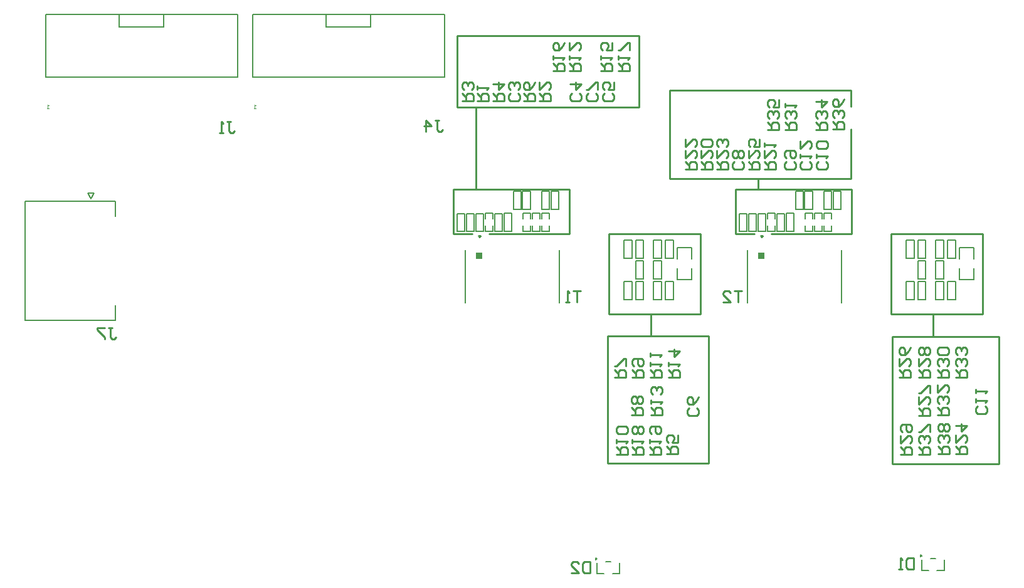
<source format=gbo>
G04*
G04 #@! TF.GenerationSoftware,Altium Limited,Altium Designer,24.5.2 (23)*
G04*
G04 Layer_Color=32896*
%FSLAX44Y44*%
%MOMM*%
G71*
G04*
G04 #@! TF.SameCoordinates,31888D97-798D-4CBF-A4AE-393945775F34*
G04*
G04*
G04 #@! TF.FilePolarity,Positive*
G04*
G01*
G75*
%ADD10C,0.1270*%
%ADD11C,0.2540*%
%ADD56R,0.8128X0.8128*%
G36*
X35088Y872783D02*
X35189Y872755D01*
X35263Y872718D01*
X35337Y872690D01*
X35384Y872663D01*
X35420Y872635D01*
X35448Y872616D01*
X35457Y872607D01*
X35467Y872598D01*
X35513Y872515D01*
X35541Y872422D01*
Y872385D01*
X35550Y872348D01*
Y872330D01*
Y872320D01*
X35541Y872246D01*
X35531Y872191D01*
X35485Y872089D01*
X35467Y872052D01*
X35448Y872025D01*
X35439Y872006D01*
X35430Y871997D01*
X35384Y871951D01*
X35337Y871923D01*
X35245Y871886D01*
X35199Y871877D01*
X35171Y871867D01*
X35143D01*
X35051Y871877D01*
X34958Y871895D01*
X34921D01*
X34884Y871904D01*
X34866Y871914D01*
X34857D01*
X34061Y872117D01*
Y868437D01*
X34949D01*
X35060Y868428D01*
X35162Y868419D01*
X35245Y868400D01*
X35310Y868373D01*
X35356Y868345D01*
X35393Y868326D01*
X35411Y868317D01*
X35420Y868308D01*
X35467Y868262D01*
X35494Y868206D01*
X35531Y868104D01*
X35541Y868058D01*
X35550Y868030D01*
Y868003D01*
Y867993D01*
X35541Y867929D01*
X35531Y867864D01*
X35485Y867762D01*
X35457Y867725D01*
X35439Y867698D01*
X35430Y867688D01*
X35420Y867679D01*
X35356Y867642D01*
X35291Y867614D01*
X35134Y867578D01*
X35060Y867568D01*
X35004Y867559D01*
X32295D01*
X32185Y867568D01*
X32083Y867578D01*
X32009Y867596D01*
X31944Y867624D01*
X31898Y867642D01*
X31861Y867661D01*
X31843Y867670D01*
X31833Y867679D01*
X31787Y867725D01*
X31750Y867781D01*
X31732Y867836D01*
X31713Y867883D01*
X31704Y867929D01*
X31695Y867966D01*
Y867984D01*
Y867993D01*
X31704Y868067D01*
X31713Y868123D01*
X31759Y868225D01*
X31787Y868262D01*
X31815Y868289D01*
X31824Y868299D01*
X31833Y868308D01*
X31889Y868354D01*
X31963Y868382D01*
X32120Y868419D01*
X32185Y868428D01*
X32240Y868437D01*
X33183D01*
Y873273D01*
X35088Y872783D01*
D02*
G37*
G36*
X314488D02*
X314589Y872755D01*
X314663Y872718D01*
X314737Y872690D01*
X314783Y872663D01*
X314820Y872635D01*
X314848Y872616D01*
X314858Y872607D01*
X314867Y872598D01*
X314913Y872515D01*
X314941Y872422D01*
Y872385D01*
X314950Y872348D01*
Y872330D01*
Y872320D01*
X314941Y872246D01*
X314932Y872191D01*
X314885Y872089D01*
X314867Y872052D01*
X314848Y872025D01*
X314839Y872006D01*
X314830Y871997D01*
X314783Y871951D01*
X314737Y871923D01*
X314645Y871886D01*
X314599Y871877D01*
X314571Y871867D01*
X314543D01*
X314451Y871877D01*
X314358Y871895D01*
X314321D01*
X314284Y871904D01*
X314266Y871914D01*
X314256D01*
X313461Y872117D01*
Y868437D01*
X314349D01*
X314460Y868428D01*
X314562Y868419D01*
X314645Y868400D01*
X314710Y868373D01*
X314756Y868345D01*
X314793Y868326D01*
X314811Y868317D01*
X314820Y868308D01*
X314867Y868262D01*
X314895Y868206D01*
X314932Y868104D01*
X314941Y868058D01*
X314950Y868030D01*
Y868003D01*
Y867993D01*
X314941Y867929D01*
X314932Y867864D01*
X314885Y867762D01*
X314858Y867725D01*
X314839Y867698D01*
X314830Y867688D01*
X314820Y867679D01*
X314756Y867642D01*
X314691Y867614D01*
X314534Y867578D01*
X314460Y867568D01*
X314405Y867559D01*
X311695D01*
X311584Y867568D01*
X311483Y867578D01*
X311409Y867596D01*
X311344Y867624D01*
X311298Y867642D01*
X311261Y867661D01*
X311243Y867670D01*
X311233Y867679D01*
X311187Y867725D01*
X311150Y867781D01*
X311131Y867836D01*
X311113Y867883D01*
X311104Y867929D01*
X311094Y867966D01*
Y867984D01*
Y867993D01*
X311104Y868067D01*
X311113Y868123D01*
X311159Y868225D01*
X311187Y868262D01*
X311215Y868289D01*
X311224Y868299D01*
X311233Y868308D01*
X311289Y868354D01*
X311363Y868382D01*
X311520Y868419D01*
X311584Y868428D01*
X311640Y868437D01*
X312583D01*
Y873273D01*
X314488Y872783D01*
D02*
G37*
D10*
X697764Y719300D02*
Y727174D01*
X687096Y719300D02*
Y727174D01*
X697764D01*
Y702282D02*
Y710156D01*
X687096Y702282D02*
Y710156D01*
Y702282D02*
X697764D01*
X699796D02*
X710464D01*
X699796D02*
Y710156D01*
X710464Y702282D02*
Y710156D01*
X699796Y727174D02*
X710464D01*
X699796Y719300D02*
Y727174D01*
X710464Y719300D02*
Y727174D01*
X674396Y702282D02*
X685064D01*
X674396D02*
Y710156D01*
X685064Y702282D02*
Y710156D01*
X674396Y727174D02*
X685064D01*
X674396Y719300D02*
Y727174D01*
X685064Y719300D02*
Y727174D01*
X596164Y702282D02*
Y726666D01*
X585496D02*
X596164D01*
X585496Y702282D02*
X596164D01*
X585496D02*
Y726666D01*
X608864Y702282D02*
Y726666D01*
X598196D02*
X608864D01*
X598196Y702282D02*
X608864D01*
X598196D02*
Y726666D01*
X621564Y702282D02*
Y726666D01*
X610896D02*
X621564D01*
X610896Y702282D02*
X621564D01*
X610896D02*
Y726666D01*
X623596Y702282D02*
X634264D01*
X623596D02*
Y710156D01*
X634264Y702282D02*
Y710156D01*
X623596Y727174D02*
X634264D01*
X623596Y719300D02*
Y727174D01*
X634264Y719300D02*
Y727174D01*
X646964Y702282D02*
Y726666D01*
X636296D02*
X646964D01*
X636296Y702282D02*
X646964D01*
X636296D02*
Y726666D01*
X659664Y702536D02*
Y726920D01*
X648996D02*
X659664D01*
X648996Y702536D02*
X659664D01*
X648996D02*
Y726920D01*
X672364Y732143D02*
Y756527D01*
X661696D02*
X672364D01*
X661696Y732143D02*
X672364D01*
X661696D02*
Y756527D01*
X674358Y732143D02*
Y756527D01*
Y732143D02*
X685026D01*
X674358Y756527D02*
X685026D01*
Y732143D02*
Y756527D01*
X699796Y732143D02*
Y756527D01*
Y732143D02*
X710464D01*
X699796Y756527D02*
X710464D01*
Y732143D02*
Y756527D01*
X723164Y732143D02*
Y756527D01*
X712496D02*
X723164D01*
X712496Y732143D02*
X723164D01*
X712496D02*
Y756527D01*
X1017296Y702282D02*
Y726666D01*
Y702282D02*
X1027964D01*
X1017296Y726666D02*
X1027964D01*
Y702282D02*
Y726666D01*
X1015264Y719300D02*
Y727174D01*
X1004596Y719300D02*
Y727174D01*
X1015264D01*
Y702282D02*
Y710156D01*
X1004596Y702282D02*
Y710156D01*
Y702282D02*
X1015264D01*
X991896D02*
Y726666D01*
Y702282D02*
X1002564D01*
X991896Y726666D02*
X1002564D01*
Y702282D02*
Y726666D01*
X979196Y702282D02*
Y726666D01*
Y702282D02*
X989864D01*
X979196Y726666D02*
X989864D01*
Y702282D02*
Y726666D01*
X966496Y702282D02*
Y726666D01*
Y702282D02*
X977164D01*
X966496Y726666D02*
X977164D01*
Y702282D02*
Y726666D01*
X1029996Y702536D02*
Y726920D01*
Y702536D02*
X1040664D01*
X1029996Y726920D02*
X1040664D01*
Y702536D02*
Y726920D01*
X1066064Y719300D02*
Y727174D01*
X1055396Y719300D02*
Y727174D01*
X1066064D01*
Y702282D02*
Y710156D01*
X1055396Y702282D02*
Y710156D01*
Y702282D02*
X1066064D01*
X1091464Y719300D02*
Y727174D01*
X1080796Y719300D02*
Y727174D01*
X1091464D01*
Y702282D02*
Y710156D01*
X1080796Y702282D02*
Y710156D01*
Y702282D02*
X1091464D01*
X1078764Y719300D02*
Y727174D01*
X1068096Y719300D02*
Y727174D01*
X1078764D01*
Y702282D02*
Y710156D01*
X1068096Y702282D02*
Y710156D01*
Y702282D02*
X1078764D01*
X1053364Y732143D02*
Y756527D01*
X1042696D02*
X1053364D01*
X1042696Y732143D02*
X1053364D01*
X1042696D02*
Y756527D01*
X1055358Y732143D02*
Y756527D01*
Y732143D02*
X1066026D01*
X1055358Y756527D02*
X1066026D01*
Y732143D02*
Y756527D01*
X1080796Y732143D02*
Y756527D01*
Y732143D02*
X1091464D01*
X1080796Y756527D02*
X1091464D01*
Y732143D02*
Y756527D01*
X1104164Y732143D02*
Y756527D01*
X1093496D02*
X1104164D01*
X1093496Y732143D02*
X1104164D01*
X1093496D02*
Y756527D01*
X850954Y666496D02*
Y690880D01*
Y666496D02*
X861622D01*
X850954Y690880D02*
X861622D01*
Y666496D02*
Y690880D01*
X827078Y666496D02*
Y690880D01*
Y666496D02*
X837746D01*
X827078Y690880D02*
X837746D01*
Y666496D02*
Y690880D01*
Y638302D02*
Y662686D01*
X827078D02*
X837746D01*
X827078Y638302D02*
X837746D01*
X827078D02*
Y662686D01*
X1192116Y666496D02*
Y690880D01*
Y666496D02*
X1202784D01*
X1192116Y690880D02*
X1202784D01*
Y666496D02*
Y690880D01*
X1208078Y666496D02*
Y690880D01*
Y666496D02*
X1218746D01*
X1208078Y690880D02*
X1218746D01*
Y666496D02*
Y690880D01*
X1231954Y666496D02*
Y690880D01*
Y666496D02*
X1242622D01*
X1231954Y690880D02*
X1242622D01*
Y666496D02*
Y690880D01*
X1247916Y666496D02*
Y690880D01*
Y666496D02*
X1258584D01*
X1247916Y690880D02*
X1258584D01*
Y666496D02*
Y690880D01*
X1263824Y665226D02*
Y680466D01*
X1283636Y665226D02*
Y680466D01*
X1263824D02*
X1283636D01*
X1263824Y637794D02*
Y653034D01*
X1283636Y637794D02*
Y653034D01*
X1263824Y637794D02*
X1283636D01*
X1208078Y638302D02*
Y662686D01*
Y638302D02*
X1218746D01*
X1208078Y662686D02*
X1218746D01*
Y638302D02*
Y662686D01*
X1231954Y638302D02*
Y662686D01*
Y638302D02*
X1242622D01*
X1231954Y662686D02*
X1242622D01*
Y638302D02*
Y662686D01*
X1208078Y610362D02*
Y634746D01*
Y610362D02*
X1218746D01*
X1208078Y634746D02*
X1218746D01*
Y610362D02*
Y634746D01*
X1192116Y610362D02*
Y634746D01*
Y610362D02*
X1202784D01*
X1192116Y634746D02*
X1202784D01*
Y610362D02*
Y634746D01*
X1242622Y610362D02*
Y634746D01*
X1231954D02*
X1242622D01*
X1231954Y610362D02*
X1242622D01*
X1231954D02*
Y634746D01*
X1247916Y610362D02*
Y634746D01*
Y610362D02*
X1258584D01*
X1247916Y634746D02*
X1258584D01*
Y610362D02*
Y634746D01*
X805434Y240422D02*
X805434Y254392D01*
X795528Y240422D02*
X805434D01*
X773176Y261504D02*
X774446Y260234D01*
X773176Y258964D02*
X774446Y260234D01*
X773176Y258964D02*
Y261504D01*
X786638Y256424D02*
X793242D01*
X774446Y254392D02*
X774446Y240422D01*
X784352D01*
X1243864Y244602D02*
Y258572D01*
X1233958Y244602D02*
X1243864Y244602D01*
X1211606Y265684D02*
X1212876Y264414D01*
X1211606Y263144D02*
X1212876Y264414D01*
X1211606Y263144D02*
Y265684D01*
X1225068Y260604D02*
X1231672D01*
X1212876Y244602D02*
Y258572D01*
Y244602D02*
X1222782Y244602D01*
X850954Y638302D02*
Y662686D01*
Y638302D02*
X861622D01*
X850954Y662686D02*
X861622D01*
Y638302D02*
Y662686D01*
X811116Y666496D02*
Y690880D01*
Y666496D02*
X821784D01*
X811116Y690880D02*
X821784D01*
Y666496D02*
Y690880D01*
X866916Y666496D02*
Y690880D01*
Y666496D02*
X877584D01*
X866916Y690880D02*
X877584D01*
Y666496D02*
Y690880D01*
X882824Y665226D02*
Y680466D01*
X902636Y665226D02*
Y680466D01*
X882824D02*
X902636D01*
X882824Y637794D02*
Y653034D01*
X902636Y637794D02*
Y653034D01*
X882824Y637794D02*
X902636D01*
X877584Y610362D02*
Y634746D01*
X866916D02*
X877584D01*
X866916Y610362D02*
X877584D01*
X866916D02*
Y634746D01*
X861622Y610362D02*
Y634746D01*
X850954D02*
X861622D01*
X850954Y610362D02*
X861622D01*
X850954D02*
Y634746D01*
X827078Y610362D02*
Y634746D01*
Y610362D02*
X837746D01*
X827078Y634746D02*
X837746D01*
Y610362D02*
Y634746D01*
X811116Y610362D02*
Y634746D01*
Y610362D02*
X821784D01*
X811116Y634746D02*
X821784D01*
Y610362D02*
Y634746D01*
X597180Y606258D02*
Y677358D01*
X724180Y606258D02*
Y677358D01*
X978180Y606258D02*
Y677358D01*
X1105180Y606258D02*
Y677358D01*
X87536Y753952D02*
X91536Y746952D01*
X95536Y753952D01*
X87536D02*
X95536D01*
X124636Y722752D02*
Y743502D01*
X2236D02*
X124636D01*
X2236Y582002D02*
Y743502D01*
Y582002D02*
X124636D01*
Y602752D01*
X30206Y910485D02*
X289306D01*
X30206Y995585D02*
X289306D01*
X30206Y910485D02*
Y995585D01*
X289306Y910485D02*
Y995585D01*
X159756Y995575D02*
X189633D01*
Y978811D02*
Y995575D01*
X129879D02*
X159756D01*
X129879Y978811D02*
Y995575D01*
Y978811D02*
X189633Y978811D01*
X409278Y978811D02*
X469033Y978811D01*
X409278Y978811D02*
Y995575D01*
X439156D01*
X469033Y978811D02*
Y995575D01*
X439156D02*
X469033D01*
X568706Y910485D02*
Y995585D01*
X309606Y910485D02*
Y995585D01*
X568706D01*
X309606Y910485D02*
X568706D01*
D11*
X1171702Y590804D02*
X1295400D01*
X1171702Y699262D02*
X1295400D01*
Y590804D02*
Y699262D01*
X1171702Y590804D02*
Y699262D01*
X1173226Y388620D02*
X1317498D01*
X1173226Y560324D02*
X1317498D01*
Y388620D02*
Y560324D01*
X1173226Y388620D02*
Y560324D01*
X789244Y389115D02*
X925134D01*
X789244Y560819D02*
X925134D01*
Y389115D02*
Y560819D01*
X789244Y389115D02*
Y560819D01*
X790702Y590804D02*
X914400D01*
X790702Y699262D02*
X914400D01*
Y590804D02*
Y699262D01*
X790702Y590804D02*
Y699262D01*
X586167Y966724D02*
X831620D01*
X586167Y870338D02*
Y966724D01*
X831620Y870338D02*
Y966724D01*
X586167Y870338D02*
X831620D01*
X737108Y699262D02*
Y759460D01*
X581152D02*
X737108D01*
X581152Y699262D02*
Y759460D01*
Y699262D02*
X606433D01*
X628930D02*
X737108D01*
X610896Y759460D02*
Y870338D01*
X991896Y759460D02*
Y773430D01*
X1009930Y699262D02*
X1118108D01*
X962152D02*
X987433D01*
X962152D02*
Y759460D01*
X1118108D01*
Y699262D02*
Y759460D01*
X872490Y773430D02*
X1117943D01*
Y840239D01*
X872490Y773430D02*
Y893064D01*
X1117346D01*
Y871220D02*
Y893064D01*
X1228598Y561086D02*
Y590473D01*
X847598Y561086D02*
Y590473D01*
X614706Y696650D02*
X617246D01*
X614706D02*
X615976Y695380D01*
X617246Y696650D01*
X995706D02*
X998246D01*
X995706D02*
X996976Y695380D01*
X998246Y696650D01*
X970276Y622298D02*
X960119D01*
X965198D01*
Y607062D01*
X944884D02*
X955041D01*
X944884Y617219D01*
Y619758D01*
X947423Y622298D01*
X952502D01*
X955041Y619758D01*
X752853Y621790D02*
X742696D01*
X747774D01*
Y606554D01*
X737618D02*
X732539D01*
X735078D01*
Y621790D01*
X737618Y619250D01*
X1234907Y401789D02*
X1250142D01*
Y409406D01*
X1247603Y411945D01*
X1242525D01*
X1239986Y409406D01*
Y401789D01*
Y406867D02*
X1234907Y411945D01*
X1247603Y417024D02*
X1250142Y419563D01*
Y424641D01*
X1247603Y427180D01*
X1245064D01*
X1242525Y424641D01*
Y422102D01*
Y424641D01*
X1239986Y427180D01*
X1237446D01*
X1234907Y424641D01*
Y419563D01*
X1237446Y417024D01*
X1247603Y432259D02*
X1250142Y434798D01*
Y439876D01*
X1247603Y442415D01*
X1245064D01*
X1242525Y439876D01*
X1239986Y442415D01*
X1237446D01*
X1234907Y439876D01*
Y434798D01*
X1237446Y432259D01*
X1239986D01*
X1242525Y434798D01*
X1245064Y432259D01*
X1247603D01*
X1242525Y434798D02*
Y439876D01*
X1209189Y401281D02*
X1224424D01*
Y408898D01*
X1221885Y411437D01*
X1216807D01*
X1214268Y408898D01*
Y401281D01*
Y406359D02*
X1209189Y411437D01*
X1221885Y416516D02*
X1224424Y419055D01*
Y424133D01*
X1221885Y426672D01*
X1219346D01*
X1216807Y424133D01*
Y421594D01*
Y424133D01*
X1214268Y426672D01*
X1211728D01*
X1209189Y424133D01*
Y419055D01*
X1211728Y416516D01*
X1224424Y431751D02*
Y441907D01*
X1221885D01*
X1211728Y431751D01*
X1209189D01*
X1092964Y840239D02*
X1108199D01*
Y847856D01*
X1105660Y850395D01*
X1100582D01*
X1098043Y847856D01*
Y840239D01*
Y845317D02*
X1092964Y850395D01*
X1105660Y855474D02*
X1108199Y858013D01*
Y863091D01*
X1105660Y865630D01*
X1103121D01*
X1100582Y863091D01*
Y860552D01*
Y863091D01*
X1098043Y865630D01*
X1095504D01*
X1092964Y863091D01*
Y858013D01*
X1095504Y855474D01*
X1108199Y880865D02*
X1105660Y875787D01*
X1100582Y870709D01*
X1095504D01*
X1092964Y873248D01*
Y878326D01*
X1095504Y880865D01*
X1098043D01*
X1100582Y878326D01*
Y870709D01*
X1005080Y839477D02*
X1020316D01*
Y847094D01*
X1017776Y849633D01*
X1012698D01*
X1010159Y847094D01*
Y839477D01*
Y844555D02*
X1005080Y849633D01*
X1017776Y854712D02*
X1020316Y857251D01*
Y862329D01*
X1017776Y864868D01*
X1015237D01*
X1012698Y862329D01*
Y859790D01*
Y862329D01*
X1010159Y864868D01*
X1007620D01*
X1005080Y862329D01*
Y857251D01*
X1007620Y854712D01*
X1020316Y880103D02*
Y869947D01*
X1012698D01*
X1015237Y875025D01*
Y877564D01*
X1012698Y880103D01*
X1007620D01*
X1005080Y877564D01*
Y872486D01*
X1007620Y869947D01*
X1070105Y839731D02*
X1085340D01*
Y847348D01*
X1082800Y849887D01*
X1077722D01*
X1075183Y847348D01*
Y839731D01*
Y844809D02*
X1070105Y849887D01*
X1082800Y854966D02*
X1085340Y857505D01*
Y862583D01*
X1082800Y865122D01*
X1080261D01*
X1077722Y862583D01*
Y860044D01*
Y862583D01*
X1075183Y865122D01*
X1072644D01*
X1070105Y862583D01*
Y857505D01*
X1072644Y854966D01*
X1070105Y877818D02*
X1085340D01*
X1077722Y870201D01*
Y880357D01*
X1258893Y505493D02*
X1274128D01*
Y513111D01*
X1271589Y515650D01*
X1266510D01*
X1263971Y513111D01*
Y505493D01*
Y510572D02*
X1258893Y515650D01*
X1271589Y520728D02*
X1274128Y523267D01*
Y528346D01*
X1271589Y530885D01*
X1269050D01*
X1266510Y528346D01*
Y525807D01*
Y528346D01*
X1263971Y530885D01*
X1261432D01*
X1258893Y528346D01*
Y523267D01*
X1261432Y520728D01*
X1271589Y535963D02*
X1274128Y538503D01*
Y543581D01*
X1271589Y546120D01*
X1269050D01*
X1266510Y543581D01*
Y541042D01*
Y543581D01*
X1263971Y546120D01*
X1261432D01*
X1258893Y543581D01*
Y538503D01*
X1261432Y535963D01*
X1234589Y454439D02*
X1249824D01*
Y462057D01*
X1247285Y464596D01*
X1242207D01*
X1239668Y462057D01*
Y454439D01*
Y459518D02*
X1234589Y464596D01*
X1247285Y469674D02*
X1249824Y472213D01*
Y477292D01*
X1247285Y479831D01*
X1244746D01*
X1242207Y477292D01*
Y474753D01*
Y477292D01*
X1239668Y479831D01*
X1237128D01*
X1234589Y477292D01*
Y472213D01*
X1237128Y469674D01*
X1234589Y495066D02*
Y484909D01*
X1244746Y495066D01*
X1247285D01*
X1249824Y492527D01*
Y487449D01*
X1247285Y484909D01*
X1028957Y839730D02*
X1044192D01*
Y847347D01*
X1041652Y849886D01*
X1036574D01*
X1034035Y847347D01*
Y839730D01*
Y844808D02*
X1028957Y849886D01*
X1041652Y854965D02*
X1044192Y857504D01*
Y862582D01*
X1041652Y865122D01*
X1039113D01*
X1036574Y862582D01*
Y860043D01*
Y862582D01*
X1034035Y865122D01*
X1031496D01*
X1028957Y862582D01*
Y857504D01*
X1031496Y854965D01*
X1028957Y870200D02*
Y875278D01*
Y872739D01*
X1044192D01*
X1041652Y870200D01*
X1234589Y505493D02*
X1249824D01*
Y513111D01*
X1247285Y515650D01*
X1242207D01*
X1239668Y513111D01*
Y505493D01*
Y510572D02*
X1234589Y515650D01*
X1247285Y520728D02*
X1249824Y523267D01*
Y528346D01*
X1247285Y530885D01*
X1244746D01*
X1242207Y528346D01*
Y525807D01*
Y528346D01*
X1239668Y530885D01*
X1237128D01*
X1234589Y528346D01*
Y523267D01*
X1237128Y520728D01*
X1247285Y535963D02*
X1249824Y538503D01*
Y543581D01*
X1247285Y546120D01*
X1237128D01*
X1234589Y543581D01*
Y538503D01*
X1237128Y535963D01*
X1247285D01*
X1184551Y401099D02*
X1199786D01*
Y408717D01*
X1197247Y411256D01*
X1192169D01*
X1189630Y408717D01*
Y401099D01*
Y406177D02*
X1184551Y411256D01*
Y426491D02*
Y416334D01*
X1194708Y426491D01*
X1197247D01*
X1199786Y423952D01*
Y418873D01*
X1197247Y416334D01*
X1187090Y431569D02*
X1184551Y434109D01*
Y439187D01*
X1187090Y441726D01*
X1197247D01*
X1199786Y439187D01*
Y434109D01*
X1197247Y431569D01*
X1194708D01*
X1192169Y434109D01*
Y441726D01*
X1209189Y505493D02*
X1224424D01*
Y513111D01*
X1221885Y515650D01*
X1216807D01*
X1214268Y513111D01*
Y505493D01*
Y510572D02*
X1209189Y515650D01*
Y530885D02*
Y520728D01*
X1219346Y530885D01*
X1221885D01*
X1224424Y528346D01*
Y523267D01*
X1221885Y520728D01*
Y535963D02*
X1224424Y538503D01*
Y543581D01*
X1221885Y546120D01*
X1219346D01*
X1216807Y543581D01*
X1214268Y546120D01*
X1211728D01*
X1209189Y543581D01*
Y538503D01*
X1211728Y535963D01*
X1214268D01*
X1216807Y538503D01*
X1219346Y535963D01*
X1221885D01*
X1216807Y538503D02*
Y543581D01*
X1209189Y453931D02*
X1224424D01*
Y461549D01*
X1221885Y464088D01*
X1216807D01*
X1214268Y461549D01*
Y453931D01*
Y459010D02*
X1209189Y464088D01*
Y479323D02*
Y469166D01*
X1219346Y479323D01*
X1221885D01*
X1224424Y476784D01*
Y471705D01*
X1221885Y469166D01*
X1224424Y484401D02*
Y494558D01*
X1221885D01*
X1211728Y484401D01*
X1209189D01*
X1182773Y505239D02*
X1198008D01*
Y512857D01*
X1195469Y515396D01*
X1190391D01*
X1187851Y512857D01*
Y505239D01*
Y510317D02*
X1182773Y515396D01*
Y530631D02*
Y520474D01*
X1192930Y530631D01*
X1195469D01*
X1198008Y528092D01*
Y523013D01*
X1195469Y520474D01*
X1198008Y545866D02*
X1195469Y540788D01*
X1190391Y535709D01*
X1185312D01*
X1182773Y538248D01*
Y543327D01*
X1185312Y545866D01*
X1187851D01*
X1190391Y543327D01*
Y535709D01*
X979163Y786480D02*
X994398D01*
Y794097D01*
X991859Y796637D01*
X986780D01*
X984241Y794097D01*
Y786480D01*
Y791558D02*
X979163Y796637D01*
Y811871D02*
Y801715D01*
X989319Y811871D01*
X991859D01*
X994398Y809332D01*
Y804254D01*
X991859Y801715D01*
X994398Y827107D02*
Y816950D01*
X986780D01*
X989319Y822028D01*
Y824567D01*
X986780Y827107D01*
X981702D01*
X979163Y824567D01*
Y819489D01*
X981702Y816950D01*
X1258783Y401789D02*
X1274018D01*
Y409406D01*
X1271479Y411945D01*
X1266401D01*
X1263861Y409406D01*
Y401789D01*
Y406867D02*
X1258783Y411945D01*
Y427180D02*
Y417024D01*
X1268940Y427180D01*
X1271479D01*
X1274018Y424641D01*
Y419563D01*
X1271479Y417024D01*
X1258783Y439876D02*
X1274018D01*
X1266401Y432259D01*
Y442415D01*
X936623Y786480D02*
X951858D01*
Y794097D01*
X949318Y796636D01*
X944240D01*
X941701Y794097D01*
Y786480D01*
Y791558D02*
X936623Y796636D01*
Y811871D02*
Y801715D01*
X946779Y811871D01*
X949318D01*
X951858Y809332D01*
Y804254D01*
X949318Y801715D01*
Y816950D02*
X951858Y819489D01*
Y824567D01*
X949318Y827107D01*
X946779D01*
X944240Y824567D01*
Y822028D01*
Y824567D01*
X941701Y827107D01*
X939162D01*
X936623Y824567D01*
Y819489D01*
X939162Y816950D01*
X894082Y786480D02*
X909318D01*
Y794097D01*
X906778Y796636D01*
X901700D01*
X899161Y794097D01*
Y786480D01*
Y791558D02*
X894082Y796636D01*
Y811871D02*
Y801715D01*
X904239Y811871D01*
X906778D01*
X909318Y809332D01*
Y804254D01*
X906778Y801715D01*
X894082Y827107D02*
Y816950D01*
X904239Y827107D01*
X906778D01*
X909318Y824567D01*
Y819489D01*
X906778Y816950D01*
X1000433Y786480D02*
X1015668D01*
Y794097D01*
X1013129Y796636D01*
X1008050D01*
X1005511Y794097D01*
Y786480D01*
Y791558D02*
X1000433Y796636D01*
Y811871D02*
Y801715D01*
X1010590Y811871D01*
X1013129D01*
X1015668Y809332D01*
Y804254D01*
X1013129Y801715D01*
X1000433Y816950D02*
Y822028D01*
Y819489D01*
X1015668D01*
X1013129Y816950D01*
X915353Y786480D02*
X930588D01*
Y794097D01*
X928048Y796636D01*
X922970D01*
X920431Y794097D01*
Y786480D01*
Y791558D02*
X915353Y796636D01*
Y811871D02*
Y801715D01*
X925509Y811871D01*
X928048D01*
X930588Y809332D01*
Y804254D01*
X928048Y801715D01*
Y816950D02*
X930588Y819489D01*
Y824567D01*
X928048Y827107D01*
X917892D01*
X915353Y824567D01*
Y819489D01*
X917892Y816950D01*
X928048D01*
X845942Y401594D02*
X861177D01*
Y409212D01*
X858638Y411751D01*
X853560D01*
X851021Y409212D01*
Y401594D01*
Y406673D02*
X845942Y411751D01*
Y416829D02*
Y421908D01*
Y419368D01*
X861177D01*
X858638Y416829D01*
X848482Y429525D02*
X845942Y432064D01*
Y437143D01*
X848482Y439682D01*
X858638D01*
X861177Y437143D01*
Y432064D01*
X858638Y429525D01*
X856099D01*
X853560Y432064D01*
Y439682D01*
X822066Y401594D02*
X837301D01*
Y409212D01*
X834762Y411751D01*
X829684D01*
X827145Y409212D01*
Y401594D01*
Y406673D02*
X822066Y411751D01*
Y416829D02*
Y421908D01*
Y419368D01*
X837301D01*
X834762Y416829D01*
Y429525D02*
X837301Y432064D01*
Y437143D01*
X834762Y439682D01*
X832223D01*
X829684Y437143D01*
X827145Y439682D01*
X824605D01*
X822066Y437143D01*
Y432064D01*
X824605Y429525D01*
X827145D01*
X829684Y432064D01*
X832223Y429525D01*
X834762D01*
X829684Y432064D02*
Y437143D01*
X803273Y919376D02*
X818508D01*
Y926993D01*
X815969Y929533D01*
X810891D01*
X808351Y926993D01*
Y919376D01*
Y924454D02*
X803273Y929533D01*
Y934611D02*
Y939689D01*
Y937150D01*
X818508D01*
X815969Y934611D01*
X818508Y947307D02*
Y957464D01*
X815969D01*
X805812Y947307D01*
X803273D01*
X715643Y919376D02*
X730878D01*
Y926993D01*
X728339Y929533D01*
X723261D01*
X720721Y926993D01*
Y919376D01*
Y924454D02*
X715643Y929533D01*
Y934611D02*
Y939689D01*
Y937150D01*
X730878D01*
X728339Y934611D01*
X730878Y957464D02*
X728339Y952385D01*
X723261Y947307D01*
X718182D01*
X715643Y949846D01*
Y954924D01*
X718182Y957464D01*
X720721D01*
X723261Y954924D01*
Y947307D01*
X780159Y919376D02*
X795394D01*
Y926993D01*
X792855Y929533D01*
X787777D01*
X785237Y926993D01*
Y919376D01*
Y924454D02*
X780159Y929533D01*
Y934611D02*
Y939689D01*
Y937150D01*
X795394D01*
X792855Y934611D01*
X795394Y957464D02*
Y947307D01*
X787777D01*
X790316Y952385D01*
Y954924D01*
X787777Y957464D01*
X782698D01*
X780159Y954924D01*
Y949846D01*
X782698Y947307D01*
X871288Y505734D02*
X886523D01*
Y513352D01*
X883984Y515891D01*
X878906D01*
X876367Y513352D01*
Y505734D01*
Y510812D02*
X871288Y515891D01*
Y520969D02*
Y526048D01*
Y523508D01*
X886523D01*
X883984Y520969D01*
X871288Y541283D02*
X886523D01*
X878906Y533665D01*
Y543822D01*
X847666Y454426D02*
X862901D01*
Y462044D01*
X860362Y464583D01*
X855284D01*
X852745Y462044D01*
Y454426D01*
Y459505D02*
X847666Y464583D01*
Y469661D02*
Y474739D01*
Y472200D01*
X862901D01*
X860362Y469661D01*
Y482357D02*
X862901Y484896D01*
Y489975D01*
X860362Y492514D01*
X857823D01*
X855284Y489975D01*
Y487435D01*
Y489975D01*
X852745Y492514D01*
X850206D01*
X847666Y489975D01*
Y484896D01*
X850206Y482357D01*
X737741Y919376D02*
X752976D01*
Y926993D01*
X750437Y929533D01*
X745359D01*
X742819Y926993D01*
Y919376D01*
Y924454D02*
X737741Y929533D01*
Y934611D02*
Y939689D01*
Y937150D01*
X752976D01*
X750437Y934611D01*
X737741Y957464D02*
Y947307D01*
X747898Y957464D01*
X750437D01*
X752976Y954924D01*
Y949846D01*
X750437Y947307D01*
X846904Y505734D02*
X862139D01*
Y513352D01*
X859600Y515891D01*
X854522D01*
X851983Y513352D01*
Y505734D01*
Y510812D02*
X846904Y515891D01*
Y520969D02*
Y526048D01*
Y523508D01*
X862139D01*
X859600Y520969D01*
X846904Y533665D02*
Y538743D01*
Y536204D01*
X862139D01*
X859600Y533665D01*
X1061718Y796636D02*
X1064258Y794097D01*
Y789019D01*
X1061718Y786480D01*
X1051562D01*
X1049023Y789019D01*
Y794097D01*
X1051562Y796636D01*
X1049023Y801715D02*
Y806793D01*
Y804254D01*
X1064258D01*
X1061718Y801715D01*
X1049023Y824567D02*
Y814411D01*
X1059179Y824567D01*
X1061718D01*
X1064258Y822028D01*
Y816950D01*
X1061718Y814411D01*
X1298446Y466600D02*
X1300986Y464061D01*
Y458983D01*
X1298446Y456443D01*
X1288290D01*
X1285750Y458983D01*
Y464061D01*
X1288290Y466600D01*
X1285750Y471678D02*
Y476757D01*
Y474218D01*
X1300986D01*
X1298446Y471678D01*
X1285750Y484374D02*
Y489453D01*
Y486913D01*
X1300986D01*
X1298446Y484374D01*
X1083308Y796637D02*
X1085847Y794097D01*
Y789019D01*
X1083308Y786480D01*
X1073152D01*
X1070612Y789019D01*
Y794097D01*
X1073152Y796637D01*
X1070612Y801715D02*
Y806793D01*
Y804254D01*
X1085847D01*
X1083308Y801715D01*
Y814411D02*
X1085847Y816950D01*
Y822028D01*
X1083308Y824567D01*
X1073152D01*
X1070612Y822028D01*
Y816950D01*
X1073152Y814411D01*
X1083308D01*
X1040128Y796637D02*
X1042667Y794097D01*
Y789019D01*
X1040128Y786480D01*
X1029972D01*
X1027432Y789019D01*
Y794097D01*
X1029972Y796637D01*
Y801715D02*
X1027432Y804254D01*
Y809332D01*
X1029972Y811871D01*
X1040128D01*
X1042667Y809332D01*
Y804254D01*
X1040128Y801715D01*
X1037589D01*
X1035050Y804254D01*
Y811871D01*
X970589Y796637D02*
X973128Y794097D01*
Y789019D01*
X970589Y786480D01*
X960432D01*
X957893Y789019D01*
Y794097D01*
X960432Y796637D01*
X970589Y801715D02*
X973128Y804254D01*
Y809332D01*
X970589Y811871D01*
X968049D01*
X965510Y809332D01*
X962971Y811871D01*
X960432D01*
X957893Y809332D01*
Y804254D01*
X960432Y801715D01*
X962971D01*
X965510Y804254D01*
X968049Y801715D01*
X970589D01*
X965510Y804254D02*
Y809332D01*
X772942Y888729D02*
X775481Y886190D01*
Y881112D01*
X772942Y878573D01*
X762785D01*
X760246Y881112D01*
Y886190D01*
X762785Y888729D01*
X775481Y893808D02*
Y903964D01*
X772942D01*
X762785Y893808D01*
X760246D01*
X275336Y851152D02*
X280414D01*
X277875D01*
Y838456D01*
X280414Y835917D01*
X282953D01*
X285493Y838456D01*
X270258Y835917D02*
X265179D01*
X267718D01*
Y851152D01*
X270258Y848612D01*
X800770Y401594D02*
X816005D01*
Y409212D01*
X813466Y411751D01*
X808388D01*
X805849Y409212D01*
Y401594D01*
Y406673D02*
X800770Y411751D01*
Y416829D02*
Y421908D01*
Y419368D01*
X816005D01*
X813466Y416829D01*
Y429525D02*
X816005Y432064D01*
Y437143D01*
X813466Y439682D01*
X803309D01*
X800770Y437143D01*
Y432064D01*
X803309Y429525D01*
X813466D01*
X822012Y505734D02*
X837247D01*
Y513352D01*
X834708Y515891D01*
X829630D01*
X827091Y513352D01*
Y505734D01*
Y510812D02*
X822012Y515891D01*
X824551Y520969D02*
X822012Y523508D01*
Y528587D01*
X824551Y531126D01*
X834708D01*
X837247Y528587D01*
Y523508D01*
X834708Y520969D01*
X832169D01*
X829630Y523508D01*
Y531126D01*
X821504Y454651D02*
X836739D01*
Y462269D01*
X834200Y464808D01*
X829122D01*
X826583Y462269D01*
Y454651D01*
Y459729D02*
X821504Y464808D01*
X834200Y469886D02*
X836739Y472425D01*
Y477504D01*
X834200Y480043D01*
X831661D01*
X829122Y477504D01*
X826583Y480043D01*
X824044D01*
X821504Y477504D01*
Y472425D01*
X824044Y469886D01*
X826583D01*
X829122Y472425D01*
X831661Y469886D01*
X834200D01*
X829122Y472425D02*
Y477504D01*
X798644Y505734D02*
X813879D01*
Y513352D01*
X811340Y515891D01*
X806262D01*
X803723Y513352D01*
Y505734D01*
Y510812D02*
X798644Y515891D01*
X813879Y520969D02*
Y531126D01*
X811340D01*
X801183Y520969D01*
X798644D01*
X675829Y878573D02*
X691064D01*
Y886190D01*
X688524Y888729D01*
X683446D01*
X680907Y886190D01*
Y878573D01*
Y883651D02*
X675829Y888729D01*
X691064Y903964D02*
X688524Y898886D01*
X683446Y893808D01*
X678368D01*
X675829Y896347D01*
Y901425D01*
X678368Y903964D01*
X680907D01*
X683446Y901425D01*
Y893808D01*
X869002Y401819D02*
X884237D01*
Y409437D01*
X881698Y411976D01*
X876620D01*
X874081Y409437D01*
Y401819D01*
Y406898D02*
X869002Y411976D01*
X884237Y427211D02*
Y417054D01*
X876620D01*
X879159Y422132D01*
Y424672D01*
X876620Y427211D01*
X871542D01*
X869002Y424672D01*
Y419593D01*
X871542Y417054D01*
X634173Y878573D02*
X649408D01*
Y886190D01*
X646869Y888729D01*
X641790D01*
X639251Y886190D01*
Y878573D01*
Y883651D02*
X634173Y888729D01*
Y901425D02*
X649408D01*
X641790Y893808D01*
Y903964D01*
X592517Y878573D02*
X607752D01*
Y886190D01*
X605213Y888729D01*
X600134D01*
X597595Y886190D01*
Y878573D01*
Y883651D02*
X592517Y888729D01*
X605213Y893808D02*
X607752Y896347D01*
Y901425D01*
X605213Y903964D01*
X602673D01*
X600134Y901425D01*
Y898886D01*
Y901425D01*
X597595Y903964D01*
X595056D01*
X592517Y901425D01*
Y896347D01*
X595056Y893808D01*
X696657Y878573D02*
X711892D01*
Y886190D01*
X709352Y888729D01*
X704274D01*
X701735Y886190D01*
Y878573D01*
Y883651D02*
X696657Y888729D01*
Y903964D02*
Y893808D01*
X706813Y903964D01*
X709352D01*
X711892Y901425D01*
Y896347D01*
X709352Y893808D01*
X613345Y878573D02*
X628580D01*
Y886190D01*
X626040Y888729D01*
X620962D01*
X618423Y886190D01*
Y878573D01*
Y883651D02*
X613345Y888729D01*
Y893808D02*
Y898886D01*
Y896347D01*
X628580D01*
X626040Y893808D01*
X115315Y572259D02*
X120393D01*
X117854D01*
Y559564D01*
X120393Y557024D01*
X122933D01*
X125472Y559564D01*
X110237Y572259D02*
X100080D01*
Y569720D01*
X110237Y559564D01*
Y557024D01*
X556513Y852168D02*
X561591D01*
X559052D01*
Y839472D01*
X561591Y836933D01*
X564131D01*
X566670Y839472D01*
X543817Y836933D02*
Y852168D01*
X551435Y844550D01*
X541278D01*
X765298Y256283D02*
Y241049D01*
X757680D01*
X755141Y243588D01*
Y253744D01*
X757680Y256283D01*
X765298D01*
X739906Y241049D02*
X750063D01*
X739906Y251205D01*
Y253744D01*
X742445Y256283D01*
X747524D01*
X750063Y253744D01*
X1202433Y261364D02*
Y246129D01*
X1194815D01*
X1192276Y248668D01*
Y258824D01*
X1194815Y261364D01*
X1202433D01*
X1187198Y246129D02*
X1182119D01*
X1184658D01*
Y261364D01*
X1187198Y258824D01*
X909638Y463538D02*
X912177Y460999D01*
Y455920D01*
X909638Y453381D01*
X899482D01*
X896942Y455920D01*
Y460999D01*
X899482Y463538D01*
X912177Y478773D02*
X909638Y473694D01*
X904560Y468616D01*
X899482D01*
X896942Y471155D01*
Y476234D01*
X899482Y478773D01*
X902021D01*
X904560Y476234D01*
Y468616D01*
X794802Y888729D02*
X797341Y886190D01*
Y881112D01*
X794802Y878573D01*
X784645D01*
X782106Y881112D01*
Y886190D01*
X784645Y888729D01*
X797341Y903964D02*
Y893808D01*
X789724D01*
X792263Y898886D01*
Y901425D01*
X789724Y903964D01*
X784645D01*
X782106Y901425D01*
Y896347D01*
X784645Y893808D01*
X751082Y888729D02*
X753621Y886190D01*
Y881112D01*
X751082Y878573D01*
X740925D01*
X738386Y881112D01*
Y886190D01*
X740925Y888729D01*
X738386Y901425D02*
X753621D01*
X746004Y893808D01*
Y903964D01*
X667697Y888729D02*
X670236Y886190D01*
Y881112D01*
X667697Y878573D01*
X657540D01*
X655001Y881112D01*
Y886190D01*
X657540Y888729D01*
X667697Y893808D02*
X670236Y896347D01*
Y901425D01*
X667697Y903964D01*
X665157D01*
X662618Y901425D01*
Y898886D01*
Y901425D01*
X660079Y903964D01*
X657540D01*
X655001Y901425D01*
Y896347D01*
X657540Y893808D01*
D56*
X615722Y670000D02*
D03*
X996722Y670000D02*
D03*
M02*

</source>
